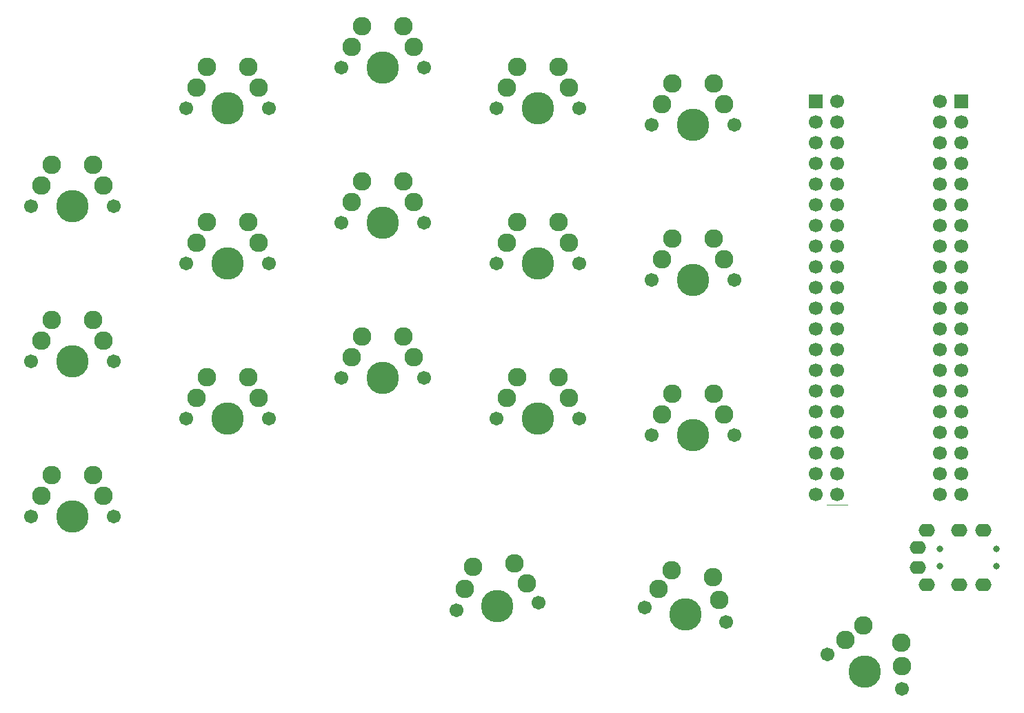
<source format=gts>
%TF.GenerationSoftware,KiCad,Pcbnew,(7.0.0)*%
%TF.CreationDate,2023-03-01T21:35:25+09:00*%
%TF.ProjectId,keyboard_pcb,6b657962-6f61-4726-945f-7063622e6b69,rev1.0*%
%TF.SameCoordinates,Original*%
%TF.FileFunction,Soldermask,Top*%
%TF.FilePolarity,Negative*%
%FSLAX46Y46*%
G04 Gerber Fmt 4.6, Leading zero omitted, Abs format (unit mm)*
G04 Created by KiCad (PCBNEW (7.0.0)) date 2023-03-01 21:35:25*
%MOMM*%
%LPD*%
G01*
G04 APERTURE LIST*
%ADD10C,0.120000*%
%ADD11C,1.701800*%
%ADD12C,3.987800*%
%ADD13C,2.286000*%
%ADD14C,0.800000*%
%ADD15O,2.000000X1.600000*%
%ADD16R,1.700000X1.700000*%
%ADD17C,1.700000*%
G04 APERTURE END LIST*
D10*
%TO.C,U1*%
X180425000Y-102530000D02*
X182965000Y-102530000D01*
%TD*%
D11*
%TO.C,K04*%
X139870000Y-53900000D03*
D12*
X144950000Y-53900000D03*
D11*
X150030000Y-53900000D03*
D13*
X141140000Y-51360000D03*
X142410000Y-48820000D03*
X147490000Y-48820000D03*
X148760000Y-51360000D03*
%TD*%
D11*
%TO.C,K05*%
X158920000Y-55900000D03*
D12*
X164000000Y-55900000D03*
D11*
X169080000Y-55900000D03*
D13*
X160190000Y-53360000D03*
X161460000Y-50820000D03*
X166540000Y-50820000D03*
X167810000Y-53360000D03*
%TD*%
D11*
%TO.C,K15*%
X158920000Y-74950000D03*
D12*
X164000000Y-74950000D03*
D11*
X169080000Y-74950000D03*
D13*
X160190000Y-72410000D03*
X161460000Y-69870000D03*
X166540000Y-69870000D03*
X167810000Y-72410000D03*
%TD*%
D11*
%TO.C,K03*%
X120820000Y-48900000D03*
D12*
X125900000Y-48900000D03*
D11*
X130980000Y-48900000D03*
D13*
X122090000Y-46360000D03*
X123360000Y-43820000D03*
X128440000Y-43820000D03*
X129710000Y-46360000D03*
%TD*%
D11*
%TO.C,K13*%
X120820000Y-67950000D03*
D12*
X125900000Y-67950000D03*
D11*
X130980000Y-67950000D03*
D13*
X122090000Y-65410000D03*
X123360000Y-62870000D03*
X128440000Y-62870000D03*
X129710000Y-65410000D03*
%TD*%
D11*
%TO.C,K25*%
X158920000Y-94000000D03*
D12*
X164000000Y-94000000D03*
D11*
X169080000Y-94000000D03*
D13*
X160190000Y-91460000D03*
X161460000Y-88920000D03*
X166540000Y-88920000D03*
X167810000Y-91460000D03*
%TD*%
D11*
%TO.C,K24*%
X139870000Y-92000000D03*
D12*
X144950000Y-92000000D03*
D11*
X150030000Y-92000000D03*
D13*
X141140000Y-89460000D03*
X142410000Y-86920000D03*
X147490000Y-86920000D03*
X148760000Y-89460000D03*
%TD*%
D11*
%TO.C,K21*%
X82720000Y-104000000D03*
D12*
X87800000Y-104000000D03*
D11*
X92880000Y-104000000D03*
D13*
X83990000Y-101460000D03*
X85260000Y-98920000D03*
X90340000Y-98920000D03*
X91610000Y-101460000D03*
%TD*%
D11*
%TO.C,K02*%
X101770000Y-53900000D03*
D12*
X106850000Y-53900000D03*
D11*
X111930000Y-53900000D03*
D13*
X103040000Y-51360000D03*
X104310000Y-48820000D03*
X109390000Y-48820000D03*
X110660000Y-51360000D03*
%TD*%
D11*
%TO.C,K12*%
X101770000Y-72950000D03*
D12*
X106850000Y-72950000D03*
D11*
X111930000Y-72950000D03*
D13*
X103040000Y-70410000D03*
X104310000Y-67870000D03*
X109390000Y-67870000D03*
X110660000Y-70410000D03*
%TD*%
D11*
%TO.C,K30*%
X134889331Y-115492751D03*
D12*
X139950000Y-115050000D03*
D11*
X145010669Y-114607249D03*
D13*
X135933123Y-112851729D03*
X136976914Y-110210707D03*
X142037583Y-109767955D03*
X143524126Y-112187602D03*
%TD*%
D11*
%TO.C,K01*%
X82720000Y-65900000D03*
D12*
X87800000Y-65900000D03*
D11*
X92880000Y-65900000D03*
D13*
X83990000Y-63360000D03*
X85260000Y-60820000D03*
X90340000Y-60820000D03*
X91610000Y-63360000D03*
%TD*%
D11*
%TO.C,K14*%
X139870000Y-72950000D03*
D12*
X144950000Y-72950000D03*
D11*
X150030000Y-72950000D03*
D13*
X141140000Y-70410000D03*
X142410000Y-67870000D03*
X147490000Y-67870000D03*
X148760000Y-70410000D03*
%TD*%
D11*
%TO.C,K23*%
X120820000Y-87000000D03*
D12*
X125900000Y-87000000D03*
D11*
X130980000Y-87000000D03*
D13*
X122090000Y-84460000D03*
X123360000Y-81920000D03*
X128440000Y-81920000D03*
X129710000Y-84460000D03*
%TD*%
D11*
%TO.C,K22*%
X101770000Y-92000000D03*
D12*
X106850000Y-92000000D03*
D11*
X111930000Y-92000000D03*
D13*
X103040000Y-89460000D03*
X104310000Y-86920000D03*
X109390000Y-86920000D03*
X110660000Y-89460000D03*
%TD*%
D14*
%TO.C,J1*%
X201250000Y-108000000D03*
X194250000Y-108000000D03*
X201250000Y-110100000D03*
X194250000Y-110100000D03*
D15*
X191549999Y-107799999D03*
X191549999Y-110299999D03*
X192649999Y-105699999D03*
X192649999Y-112399999D03*
X196649999Y-105699999D03*
X199649999Y-112399999D03*
X199649999Y-105699999D03*
X196649999Y-112399999D03*
%TD*%
D11*
%TO.C,K32*%
X180445956Y-120903099D03*
D12*
X185050000Y-123050000D03*
D11*
X189654044Y-125196901D03*
D13*
X182670418Y-119137803D03*
X184894879Y-117372506D03*
X189498923Y-119519407D03*
X189576483Y-122358154D03*
%TD*%
D11*
%TO.C,K11*%
X82720000Y-84950000D03*
D12*
X87800000Y-84950000D03*
D11*
X92880000Y-84950000D03*
D13*
X83990000Y-82410000D03*
X85260000Y-79870000D03*
X90340000Y-79870000D03*
X91610000Y-82410000D03*
%TD*%
D16*
%TO.C,U1*%
X179034999Y-53019999D03*
X196934999Y-52999999D03*
D17*
X179035000Y-55560000D03*
X196935000Y-55540000D03*
X179035000Y-58100000D03*
X196935000Y-58080000D03*
X179035000Y-60640000D03*
X196935000Y-60620000D03*
X179035000Y-63180000D03*
X196935000Y-63160000D03*
X179035000Y-65720000D03*
X196935000Y-65700000D03*
X179035000Y-68260000D03*
X196935000Y-68240000D03*
X179035000Y-70800000D03*
X196935000Y-70780000D03*
X179035000Y-73340000D03*
X196935000Y-73320000D03*
X179035000Y-75880000D03*
X196935000Y-75860000D03*
X179035000Y-78420000D03*
X196935000Y-78400000D03*
X179035000Y-80960000D03*
X196935000Y-80940000D03*
X179035000Y-83500000D03*
X196935000Y-83480000D03*
X179035000Y-86040000D03*
X196935000Y-86020000D03*
X179035000Y-88580000D03*
X196935000Y-88560000D03*
X179035000Y-91120000D03*
X196935000Y-91100000D03*
X179035000Y-93660000D03*
X196935000Y-93640000D03*
X179035000Y-96200000D03*
X196935000Y-96180000D03*
X179035000Y-98740000D03*
X196935000Y-98720000D03*
X179035000Y-101280000D03*
X196935000Y-101260000D03*
X181695000Y-101260000D03*
X194275000Y-101280000D03*
X181695000Y-98720000D03*
X194275000Y-98740000D03*
X181695000Y-96180000D03*
X194275000Y-96200000D03*
X181695000Y-93640000D03*
X194275000Y-93660000D03*
X181695000Y-91100000D03*
X194275000Y-91120000D03*
X181695000Y-88560000D03*
X194275000Y-88580000D03*
X181695000Y-86020000D03*
X194275000Y-86040000D03*
X181695000Y-83480000D03*
X194275000Y-83500000D03*
X181695000Y-80940000D03*
X194275000Y-80960000D03*
X181695000Y-78400000D03*
X194275000Y-78420000D03*
X181695000Y-75860000D03*
X194275000Y-75880000D03*
X181695000Y-73320000D03*
X194275000Y-73340000D03*
X181695000Y-70780000D03*
X194275000Y-70800000D03*
X181695000Y-68240000D03*
X194275000Y-68260000D03*
X181695000Y-65700000D03*
X194275000Y-65720000D03*
X181695000Y-63160000D03*
X194275000Y-63180000D03*
X181695000Y-60620000D03*
X194275000Y-60640000D03*
X181695000Y-58080000D03*
X194275000Y-58100000D03*
X181695000Y-55540000D03*
X194275000Y-55560000D03*
X181695000Y-53000000D03*
X194275000Y-53020000D03*
%TD*%
D11*
%TO.C,K31*%
X157997177Y-115167867D03*
D12*
X163000000Y-116050000D03*
D11*
X168002823Y-116932133D03*
D13*
X159688949Y-112886989D03*
X161380721Y-110606110D03*
X166383544Y-111488243D03*
X167193184Y-114210188D03*
%TD*%
M02*

</source>
